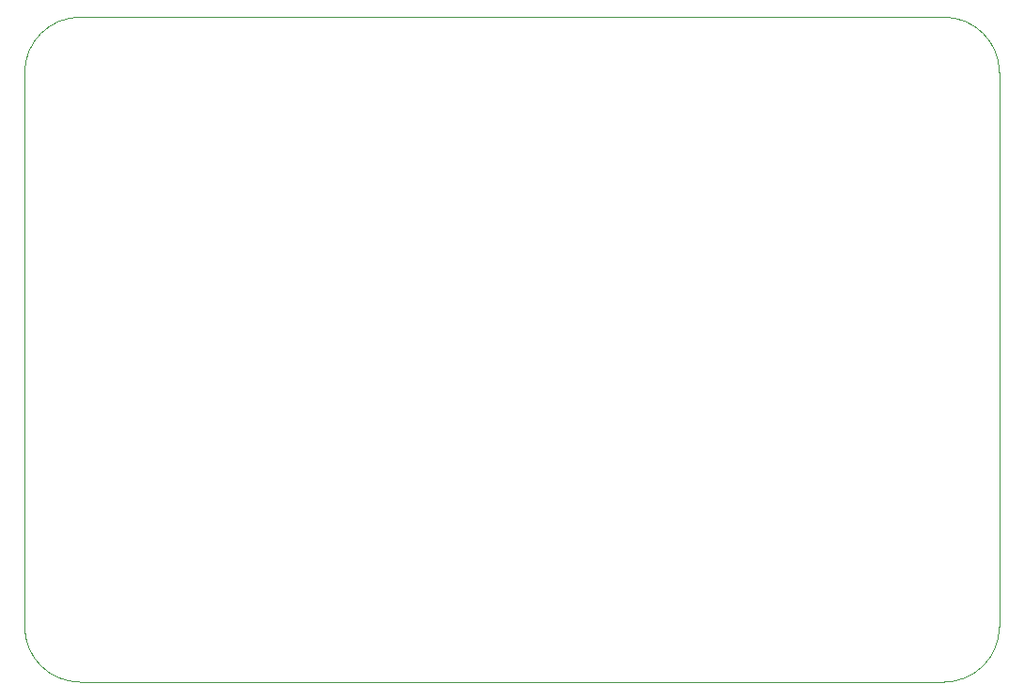
<source format=gbr>
%TF.GenerationSoftware,KiCad,Pcbnew,9.0.0*%
%TF.CreationDate,2025-06-04T23:48:26+02:00*%
%TF.ProjectId,uv_controler,75765f63-6f6e-4747-926f-6c65722e6b69,rev?*%
%TF.SameCoordinates,Original*%
%TF.FileFunction,Profile,NP*%
%FSLAX46Y46*%
G04 Gerber Fmt 4.6, Leading zero omitted, Abs format (unit mm)*
G04 Created by KiCad (PCBNEW 9.0.0) date 2025-06-04 23:48:26*
%MOMM*%
%LPD*%
G01*
G04 APERTURE LIST*
%TA.AperFunction,Profile*%
%ADD10C,0.050000*%
%TD*%
G04 APERTURE END LIST*
D10*
X215335534Y-57000000D02*
G75*
G02*
X220335600Y-62000000I-34J-5000100D01*
G01*
X132485534Y-62000000D02*
X132485534Y-112000000D01*
X137485534Y-117000000D02*
G75*
G02*
X132485600Y-112000000I-34J4999900D01*
G01*
X132485534Y-62000000D02*
G75*
G02*
X137485534Y-56999934I5000066J0D01*
G01*
X220335534Y-62000000D02*
X220335534Y-112000000D01*
X137485534Y-57000000D02*
X215335534Y-57000000D01*
X215335534Y-117000000D02*
X137485534Y-117000000D01*
X220335534Y-112000000D02*
G75*
G02*
X215335534Y-116999934I-4999934J0D01*
G01*
M02*

</source>
